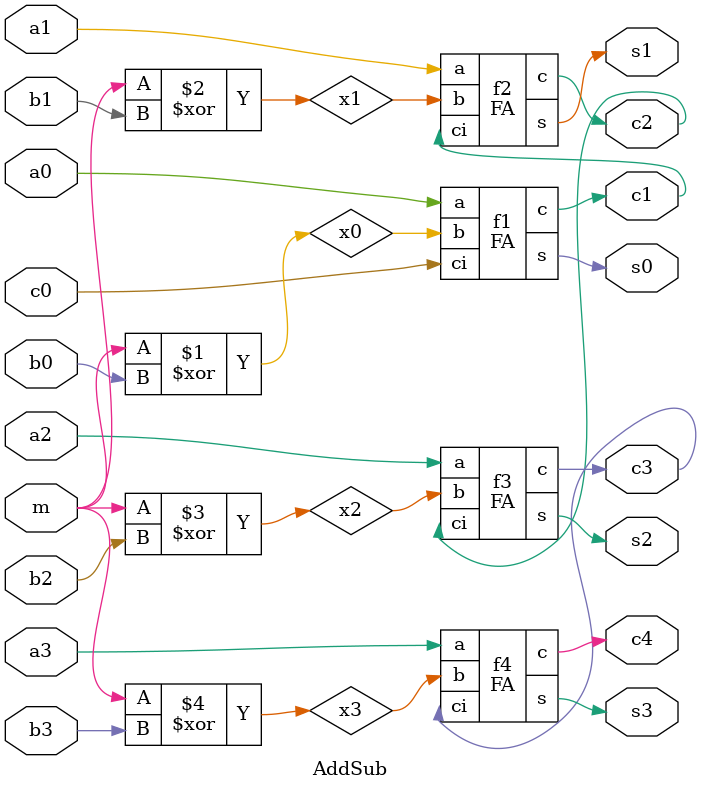
<source format=v>
/* two 4 bit nos are given
perform bitwise add/sub
display sum,carry
display diff and borrow
*/

// testbench code
module tb_AddSub;
reg A0,B0,C0,A1,B1,A2,B2,A3,B3,M;
wire S0,C1,S1,C2,S2,C3,S3,C4;

  AddSub h1(A0,B0,C0,A1,B1,A2,B2,A3,B3,M,S0,C1,S1,C2,S2,C3,S3,C4);
initial
begin

  A0=0; B0=0; C0=0; A1=0; B1=0; A2=0; B2=0; A3=0; B3=0; M=0; #1;

$display("a0 = %b, b0 = %b, c0 = %b, a1 = %b, b1 = %b, a2 = %b, b2 = %b, a3 = %b, b3 = %b,m = %b", A0, B0, C0, A1, B1, A2, B2, A3, B3, M);
$display("s0 = %b, c1 = %b, s1 = %b, c2 = %b, s2 = %b, c3 = %b, s3 = %b, c4 = %b", S0, C1,S1, C2, S2, C3, S3, C4);

A0=0; B0=0; C0=0; A1=1; B1=1; A2=1; B2=0; A3=1; B3=1; M=0; #1;
$display("a0 = %b, b0 = %b, c0 = %b, a1 = %b, b1 = %b, a2 = %b, b2 = %b, a3 = %b, b3 = %b,m = %b", A0, B0, C0, A1, B1, A2, B2, A3, B3, M);
$display("s0 = %b, c1 = %b, s1 = %b, c2 = %b, s2 = %b, c3 = %b, s3 = %b, c4 = %b", S0, C1,S1, C2, S2, C3, S3, C4);

A0=0; B0=0; C0=0; A1=1; B1=0; A2=0; B2=0; A3=0; B3=0; M=0; #1;
$display("a0 = %b, b0 = %b, c0 = %b, a1 = %b, b1 = %b, a2 = %b, b2 = %b, a3 = %b, b3 = %b,m = %b", A0, B0, C0, A1, B1, A2, B2, A3, B3, M);
$display("s0 = %b, c1 = %b, s1 = %b, c2 = %b, s2 = %b, c3 = %b, s3 = %b, c4 = %b", S0, C1,S1, C2, S2, C3, S3, C4);

A0=1; B0=0; C0=0; A1=0; B1=0; A2=0; B2=1; A3=0; B3=0; M=0; #1;
$display("a0 = %b, b0 = %b, c0 = %b, a1 = %b, b1 = %b, a2 = %b, b2 = %b, a3 = %b, b3 = %b,m = %b", A0, B0, C0, A1, B1, A2, B2, A3, B3, M);
$display("s0 = %b, c1 = %b, s1 = %b, c2 = %b, s2 = %b, c3 = %b, s3 = %b, c4 = %b", S0, C1,S1, C2, S2, C3, S3, C4);

A0=1; B0=0; C0=1; A1=1; B1=0; A2=0; B2=1; A3=0; B3=1; M=0; #1;
$display("a0 = %b, b0 = %b, c0 = %b, a1 = %b, b1 = %b, a2 = %b, b2 = %b, a3 = %b, b3 = %b,m = %b", A0, B0, C0, A1, B1, A2, B2, A3, B3, M);
$display("s0 = %b, c1 = %b, s1 = %b, c2 = %b, s2 = %b, c3 = %b, s3 = %b, c4 = %b", S0, C1,S1, C2, S2, C3, S3, C4);

A0=0; B0=0; C0=0; A1=1; B1=1; A2=0; B2=0; A3=0; B3=0; M=1; #1;
$display("a0 = %b, b0 = %b, c0 = %b, a1 = %b, b1 = %b, a2 = %b, b2 = %b, a3 = %b, b3 = %b,m = %b", A0, B0, C0, A1, B1, A2, B2, A3, B3, M);
$display("s0 = %b, c1 = %b, s1 = %b, c2 = %b, s2 = %b, c3 = %b, s3 = %b, c4 = %b", S0, C1,S1, C2, S2, C3, S3, C4);

A0=0; B0=1; C0=0; A1=1; B1=0; A2=0; B2=1; A3=0; B3=0; M=0; #1;
$display("a0 = %b, b0 = %b, c0 = %b, a1 = %b, b1 = %b, a2 = %b, b2 = %b, a3 = %b, b3 = %b,m = %b", A0, B0, C0, A1, B1, A2, B2, A3, B3, M);
$display("s0 = %b, c1 = %b, s1 = %b, c2 = %b, s2 = %b, c3 = %b, s3 = %b, c4 = %b", S0, C1,S1, C2, S2, C3, S3, C4);

A0=1; B0=1; C0=1; A1=1; B1=1; A2=1; B2=1; A3=1; B3=1; M=0; #1;
$display("a0 = %b, b0 = %b, c0 = %b, a1 = %b, b1 = %b, a2 = %b, b2 =%b, a3 = %b, b3 = %b,m= %b", A0, B0, C0, A1, B1, A2, B2, A3, B3, M);
$display("s0 = %b, c1 = %b, s1 = %b, c2 = %b, s2 = %b, c3 = %b, s3 = %b, c4 = %b", S0, C1,S1, C2, S2, C3, S3, C4);
end
initial
begin
$dumpfile("dump.vcd");
$dumpvars(1);
end
         endmodule





// design code
module FA(a, b, ci, s, c);
input a, b, ci;
output s, c;
wire x, y, z;
xor(x, a, b);
xor(s, x, ci);
and(y, a, b);
and(z, x, ci);
or(c, z, y);
endmodule
module AddSub(input a0, b0, c0, a1, b1, a2, b2, a3, b3, m, output s0, c1, s1, c2, s2, c3, s3, c4);
wire x0, x1, x2, x3;
xor(x0, m, b0);
xor(x1, m, b1);
xor(x2, m, b2);
xor(x3, m, b3);
  FA f1(.a(a0),.b(x0),.ci(c0),.s(s0),.c(c1));
  FA f2(.a(a1),.b(x1),.ci(c1),.s(s1),.c(c2));
  FA f3(.a(a2),.b(x2),.ci(c2),.s(s2),.c(c3));
  FA f4(.a(a3),.b(x3),.ci(c3),.s(s3),.c(c4));
endmodule

</source>
